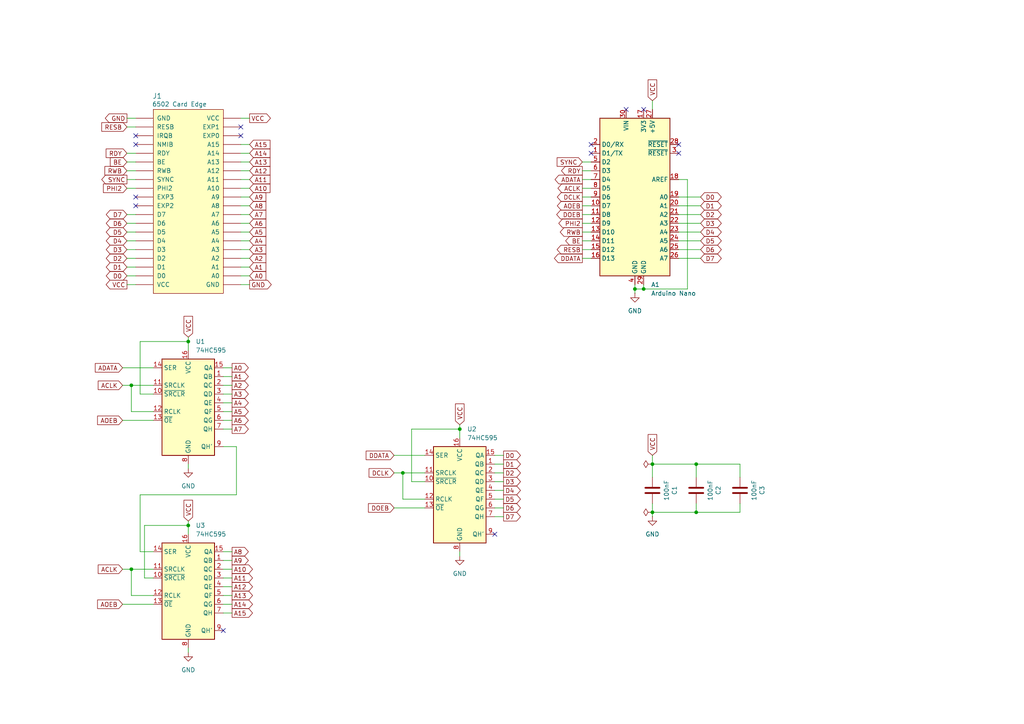
<source format=kicad_sch>
(kicad_sch (version 20250114) (generator "eeschema") (generator_version "9.0")
  (paper "A4")
  (title_block (title "6502 Nano Card") (date "2025-09-29") (rev "1.0") (company "A.C. Wright Design"))
  (lib_symbols
    (symbol "6502 Parts:6502 Card Edge" (pin_names (offset 1.016)) (in_bom no)
      (property "Reference" "J" (at -10.16 28.448 0))
      (property "Value" "6502 Card Edge" (at -5.588 26.924 0))
      (symbol "6502 Card Edge_1_0"
        (rectangle (start -10.16 25.4) (end 10.16 -27.94) (fill (type background)))
        (pin power_in line (at -15.24 22.86 0) (length 5.08) (name "GND") (number "GND"))
        (pin bidirectional line (at -15.24 20.32 0) (length 5.08) (name "RESB") (number "RESB"))
        (pin bidirectional line (at -15.24 17.78 0) (length 5.08) (name "IRQB") (number "IRQB"))
        (pin bidirectional line (at -15.24 15.24 0) (length 5.08) (name "NMIB") (number "NMIB"))
        (pin bidirectional line (at -15.24 12.7 0) (length 5.08) (name "RDY") (number "RDY"))
        (pin bidirectional line (at -15.24 10.16 0) (length 5.08) (name "BE") (number "BE"))
        (pin bidirectional line (at -15.24 7.62 0) (length 5.08) (name "RWB") (number "RWB"))
        (pin bidirectional line (at -15.24 5.08 0) (length 5.08) (name "SYNC") (number "SYNC"))
        (pin bidirectional line (at -15.24 2.54 0) (length 5.08) (name "PHI2") (number "PHI2"))
        (pin bidirectional line (at -15.24 0 0) (length 5.08) (name "EXP3") (number "EXP3"))
        (pin bidirectional line (at -15.24 -2.54 0) (length 5.08) (name "EXP2") (number "EXP2"))
        (pin bidirectional line (at -15.24 -5.08 0) (length 5.08) (name "D7") (number "D7"))
        (pin bidirectional line (at -15.24 -7.62 0) (length 5.08) (name "D6") (number "D6"))
        (pin bidirectional line (at -15.24 -10.16 0) (length 5.08) (name "D5") (number "D5"))
        (pin bidirectional line (at -15.24 -12.7 0) (length 5.08) (name "D4") (number "D4"))
        (pin bidirectional line (at -15.24 -15.24 0) (length 5.08) (name "D3") (number "D3"))
        (pin bidirectional line (at -15.24 -17.78 0) (length 5.08) (name "D2") (number "D2"))
        (pin bidirectional line (at -15.24 -20.32 0) (length 5.08) (name "D1") (number "D1"))
        (pin bidirectional line (at -15.24 -22.86 0) (length 5.08) (name "D0") (number "D0"))
        (pin power_in line (at -15.24 -25.4 0) (length 5.08) (name "VCC") (number "VCC"))
        (pin power_in line (at 15.24 22.86 180) (length 5.08) (name "VCC") (number "VCC"))
        (pin bidirectional line (at 15.24 20.32 180) (length 5.08) (name "EXP1") (number "EXP1"))
        (pin bidirectional line (at 15.24 17.78 180) (length 5.08) (name "EXP0") (number "EXP0"))
        (pin bidirectional line (at 15.24 15.24 180) (length 5.08) (name "A15") (number "A15"))
        (pin bidirectional line (at 15.24 12.7 180) (length 5.08) (name "A14") (number "A14"))
        (pin bidirectional line (at 15.24 10.16 180) (length 5.08) (name "A13") (number "A13"))
        (pin bidirectional line (at 15.24 7.62 180) (length 5.08) (name "A12") (number "A12"))
        (pin bidirectional line (at 15.24 5.08 180) (length 5.08) (name "A11") (number "A11"))
        (pin bidirectional line (at 15.24 2.54 180) (length 5.08) (name "A10") (number "A10"))
        (pin bidirectional line (at 15.24 0 180) (length 5.08) (name "A9") (number "A9"))
        (pin bidirectional line (at 15.24 -2.54 180) (length 5.08) (name "A8") (number "A8"))
        (pin bidirectional line (at 15.24 -5.08 180) (length 5.08) (name "A7") (number "A7"))
        (pin bidirectional line (at 15.24 -7.62 180) (length 5.08) (name "A6") (number "A6"))
        (pin bidirectional line (at 15.24 -10.16 180) (length 5.08) (name "A5") (number "A5"))
        (pin bidirectional line (at 15.24 -12.7 180) (length 5.08) (name "A4") (number "A4"))
        (pin bidirectional line (at 15.24 -15.24 180) (length 5.08) (name "A3") (number "A3"))
        (pin bidirectional line (at 15.24 -17.78 180) (length 5.08) (name "A2") (number "A2"))
        (pin bidirectional line (at 15.24 -20.32 180) (length 5.08) (name "A1") (number "A1"))
        (pin bidirectional line (at 15.24 -22.86 180) (length 5.08) (name "A0") (number "A0"))
        (pin power_in line (at 15.24 -25.4 180) (length 5.08) (name "GND") (number "GND"))
      )
    )
    (symbol "6502 Parts:Arduino Nano"
      (property "Reference" "A" (at -10.16 23.495 0))
      (property "Value" "Arduino Nano" (at 5.08 -24.13 0))
      (symbol "Arduino Nano_0_1"
        (rectangle (start -10.16 22.86) (end 10.16 -22.86) (stroke (width 0.254)) (fill (type background)))
      )
      (symbol "Arduino Nano_1_1"
        (pin bidirectional line (at -12.7 15.24 0) (length 2.54) (name "D0/RX") (number "2"))
        (pin bidirectional line (at -12.7 12.7 0) (length 2.54) (name "D1/TX") (number "1"))
        (pin bidirectional line (at -12.7 10.16 0) (length 2.54) (name "D2") (number "5"))
        (pin bidirectional line (at -12.7 7.62 0) (length 2.54) (name "D3") (number "6"))
        (pin bidirectional line (at -12.7 5.08 0) (length 2.54) (name "D4") (number "7"))
        (pin bidirectional line (at -12.7 2.54 0) (length 2.54) (name "D5") (number "8"))
        (pin bidirectional line (at -12.7 0 0) (length 2.54) (name "D6") (number "9"))
        (pin bidirectional line (at -12.7 -2.54 0) (length 2.54) (name "D7") (number "10"))
        (pin bidirectional line (at -12.7 -5.08 0) (length 2.54) (name "D8") (number "11"))
        (pin bidirectional line (at -12.7 -7.62 0) (length 2.54) (name "D9") (number "12"))
        (pin bidirectional line (at -12.7 -10.16 0) (length 2.54) (name "D10") (number "13"))
        (pin bidirectional line (at -12.7 -12.7 0) (length 2.54) (name "D11") (number "14"))
        (pin bidirectional line (at -12.7 -15.24 0) (length 2.54) (name "D12") (number "15"))
        (pin bidirectional line (at -12.7 -17.78 0) (length 2.54) (name "D13") (number "16"))
        (pin power_in line (at -2.54 25.4 270) (length 2.54) (name "VIN") (number "30"))
        (pin power_in line (at 0 -25.4 90) (length 2.54) (name "GND") (number "4"))
        (pin power_out line (at 2.54 25.4 270) (length 2.54) (name "3V3") (number "17"))
        (pin power_in line (at 2.54 -25.4 90) (length 2.54) (name "GND") (number "29"))
        (pin power_out line (at 5.08 25.4 270) (length 2.54) (name "+5V") (number "27"))
        (pin input line (at 12.7 15.24 180) (length 2.54) (name "~{RESET}") (number "28"))
        (pin input line (at 12.7 12.7 180) (length 2.54) (name "~{RESET}") (number "3"))
        (pin input line (at 12.7 5.08 180) (length 2.54) (name "AREF") (number "18"))
        (pin bidirectional line (at 12.7 0 180) (length 2.54) (name "A0") (number "19"))
        (pin bidirectional line (at 12.7 -2.54 180) (length 2.54) (name "A1") (number "20"))
        (pin bidirectional line (at 12.7 -5.08 180) (length 2.54) (name "A2") (number "21"))
        (pin bidirectional line (at 12.7 -7.62 180) (length 2.54) (name "A3") (number "22"))
        (pin bidirectional line (at 12.7 -10.16 180) (length 2.54) (name "A4") (number "23"))
        (pin bidirectional line (at 12.7 -12.7 180) (length 2.54) (name "A5") (number "24"))
        (pin bidirectional line (at 12.7 -15.24 180) (length 2.54) (name "A6") (number "25"))
        (pin bidirectional line (at 12.7 -17.78 180) (length 2.54) (name "A7") (number "26"))
      )
    )
    (symbol "74xx:74HC595"
      (property "Reference" "U" (at -7.62 13.97 0))
      (property "Value" "74HC595" (at -7.62 -16.51 0))
      (symbol "74HC595_1_0"
        (pin input line (at -10.16 10.16 0) (length 2.54) (name "SER") (number "14"))
        (pin input line (at -10.16 5.08 0) (length 2.54) (name "SRCLK") (number "11"))
        (pin input line (at -10.16 2.54 0) (length 2.54) (name "~{SRCLR}") (number "10"))
        (pin input line (at -10.16 -2.54 0) (length 2.54) (name "RCLK") (number "12"))
        (pin input line (at -10.16 -5.08 0) (length 2.54) (name "~{OE}") (number "13"))
        (pin power_in line (at 0 15.24 270) (length 2.54) (name "VCC") (number "16"))
        (pin power_in line (at 0 -17.78 90) (length 2.54) (name "GND") (number "8"))
        (pin tri_state line (at 10.16 10.16 180) (length 2.54) (name "QA") (number "15"))
        (pin tri_state line (at 10.16 7.62 180) (length 2.54) (name "QB") (number "1"))
        (pin tri_state line (at 10.16 5.08 180) (length 2.54) (name "QC") (number "2"))
        (pin tri_state line (at 10.16 2.54 180) (length 2.54) (name "QD") (number "3"))
        (pin tri_state line (at 10.16 0 180) (length 2.54) (name "QE") (number "4"))
        (pin tri_state line (at 10.16 -2.54 180) (length 2.54) (name "QF") (number "5"))
        (pin tri_state line (at 10.16 -5.08 180) (length 2.54) (name "QG") (number "6"))
        (pin tri_state line (at 10.16 -7.62 180) (length 2.54) (name "QH") (number "7"))
        (pin output line (at 10.16 -12.7 180) (length 2.54) (name "QH'") (number "9"))
      )
      (symbol "74HC595_1_1"
        (rectangle (start -7.62 12.7) (end 7.62 -15.24) (stroke (width 0.254)) (fill (type background)))
      )
    )
    (symbol "Device:C" (pin_numbers (hide yes)) (pin_names (offset 0.254))
      (property "Reference" "C" (at 0.635 2.54 0))
      (property "Value" "C" (at 0.635 -2.54 0))
      (symbol "C_0_1"
        (polyline (pts (xy -2.032 0.762) (xy 2.032 0.762)) (stroke (width 0.508)))
        (polyline (pts (xy -2.032 -0.762) (xy 2.032 -0.762)) (stroke (width 0.508)))
      )
      (symbol "C_1_1"
        (pin passive line (at 0 3.81 270) (length 2.794) (name "~") (number "1"))
        (pin passive line (at 0 -3.81 90) (length 2.794) (name "~") (number "2"))
      )
    )
    (symbol "power:GND" (power) (pin_numbers (hide yes)) (pin_names (offset 0) (hide yes))
      (property "Value" "GND" (at 0 -3.81 0))
      (symbol "GND_0_1"
        (polyline (pts (xy 0 0) (xy 0 -1.27) (xy 1.27 -1.27) (xy 0 -2.54) (xy -1.27 -1.27) (xy 0 -1.27)))
      )
      (symbol "GND_1_1"
        (pin power_in line (at 0 0 270) (length 0) (name "~") (number "1"))
      )
    )
    (symbol "power:PWR_FLAG" (power) (pin_numbers (hide yes)) (pin_names (offset 0) (hide yes))
      (property "Value" "PWR_FLAG" (at 0 3.81 0))
      (symbol "PWR_FLAG_0_0"
        (pin power_out line (at 0 0 90) (length 0) (name "~") (number "1"))
      )
      (symbol "PWR_FLAG_0_1"
        (polyline (pts (xy 0 0) (xy 0 1.27) (xy -1.016 1.905) (xy 0 2.54) (xy 1.016 1.905) (xy 0 1.27)))
      )
    )
  )
  (junction (at 38.1 165.1))
  (junction (at 38.1 111.76))
  (junction (at 201.93 148.59))
  (junction (at 133.35 124.46))
  (junction (at 201.93 134.62))
  (junction (at 54.61 99.06))
  (junction (at 189.23 134.62))
  (junction (at 54.61 152.4))
  (junction (at 186.69 83.82))
  (junction (at 116.84 137.16))
  (junction (at 184.15 83.82))
  (junction (at 189.23 148.59))
  (no_connect (at 64.77 182.88))
  (no_connect (at 171.45 44.45))
  (no_connect (at 39.37 59.69))
  (no_connect (at 196.85 41.91))
  (no_connect (at 196.85 44.45))
  (no_connect (at 69.85 36.83))
  (no_connect (at 39.37 57.15))
  (no_connect (at 186.69 31.75))
  (no_connect (at 39.37 39.37))
  (no_connect (at 171.45 41.91))
  (no_connect (at 143.51 154.94))
  (no_connect (at 69.85 39.37))
  (no_connect (at 181.61 31.75))
  (no_connect (at 39.37 41.91))
  (wire (pts (xy 201.93 134.62) (xy 201.93 138.43)))
  (wire (pts (xy 69.85 72.39) (xy 72.39 72.39)))
  (wire (pts (xy 143.51 144.78) (xy 146.05 144.78)))
  (wire (pts (xy 64.77 109.22) (xy 67.31 109.22)))
  (wire (pts (xy 116.84 144.78) (xy 116.84 137.16)))
  (wire (pts (xy 196.85 52.07) (xy 199.39 52.07)))
  (wire (pts (xy 143.51 139.7) (xy 146.05 139.7)))
  (wire (pts (xy 69.85 41.91) (xy 72.39 41.91)))
  (wire (pts (xy 64.77 114.3) (xy 67.31 114.3)))
  (wire (pts (xy 189.23 29.21) (xy 189.23 31.75)))
  (wire (pts (xy 40.64 99.06) (xy 54.61 99.06)))
  (wire (pts (xy 36.83 54.61) (xy 39.37 54.61)))
  (wire (pts (xy 69.85 64.77) (xy 72.39 64.77)))
  (wire (pts (xy 35.56 106.68) (xy 44.45 106.68)))
  (wire (pts (xy 168.91 49.53) (xy 171.45 49.53)))
  (wire (pts (xy 64.77 124.46) (xy 67.31 124.46)))
  (wire (pts (xy 40.64 143.51) (xy 40.64 160.02)))
  (wire (pts (xy 35.56 175.26) (xy 44.45 175.26)))
  (wire (pts (xy 36.83 44.45) (xy 39.37 44.45)))
  (wire (pts (xy 40.64 160.02) (xy 44.45 160.02)))
  (wire (pts (xy 54.61 152.4) (xy 54.61 154.94)))
  (wire (pts (xy 36.83 62.23) (xy 39.37 62.23)))
  (wire (pts (xy 168.91 69.85) (xy 171.45 69.85)))
  (wire (pts (xy 69.85 46.99) (xy 72.39 46.99)))
  (wire (pts (xy 36.83 36.83) (xy 39.37 36.83)))
  (wire (pts (xy 64.77 121.92) (xy 67.31 121.92)))
  (wire (pts (xy 168.91 54.61) (xy 171.45 54.61)))
  (wire (pts (xy 196.85 59.69) (xy 203.2 59.69)))
  (wire (pts (xy 64.77 165.1) (xy 67.31 165.1)))
  (wire (pts (xy 69.85 52.07) (xy 72.39 52.07)))
  (wire (pts (xy 69.85 54.61) (xy 72.39 54.61)))
  (wire (pts (xy 168.91 59.69) (xy 171.45 59.69)))
  (wire (pts (xy 44.45 114.3) (xy 40.64 114.3)))
  (wire (pts (xy 54.61 151.13) (xy 54.61 152.4)))
  (wire (pts (xy 36.83 72.39) (xy 39.37 72.39)))
  (wire (pts (xy 189.23 138.43) (xy 189.23 134.62)))
  (wire (pts (xy 214.63 134.62) (xy 214.63 138.43)))
  (wire (pts (xy 168.91 52.07) (xy 171.45 52.07)))
  (wire (pts (xy 69.85 77.47) (xy 72.39 77.47)))
  (wire (pts (xy 201.93 134.62) (xy 214.63 134.62)))
  (wire (pts (xy 214.63 148.59) (xy 201.93 148.59)))
  (wire (pts (xy 189.23 132.08) (xy 189.23 134.62)))
  (wire (pts (xy 38.1 165.1) (xy 44.45 165.1)))
  (wire (pts (xy 133.35 123.19) (xy 133.35 124.46)))
  (wire (pts (xy 64.77 106.68) (xy 67.31 106.68)))
  (wire (pts (xy 196.85 64.77) (xy 203.2 64.77)))
  (wire (pts (xy 54.61 97.79) (xy 54.61 99.06)))
  (wire (pts (xy 196.85 57.15) (xy 203.2 57.15)))
  (wire (pts (xy 168.91 62.23) (xy 171.45 62.23)))
  (wire (pts (xy 184.15 82.55) (xy 184.15 83.82)))
  (wire (pts (xy 189.23 134.62) (xy 201.93 134.62)))
  (wire (pts (xy 143.51 149.86) (xy 146.05 149.86)))
  (wire (pts (xy 38.1 119.38) (xy 38.1 111.76)))
  (wire (pts (xy 214.63 146.05) (xy 214.63 148.59)))
  (wire (pts (xy 64.77 167.64) (xy 67.31 167.64)))
  (wire (pts (xy 143.51 137.16) (xy 146.05 137.16)))
  (wire (pts (xy 36.83 82.55) (xy 39.37 82.55)))
  (wire (pts (xy 114.3 132.08) (xy 123.19 132.08)))
  (wire (pts (xy 36.83 64.77) (xy 39.37 64.77)))
  (wire (pts (xy 64.77 175.26) (xy 67.31 175.26)))
  (wire (pts (xy 69.85 80.01) (xy 72.39 80.01)))
  (wire (pts (xy 168.91 74.93) (xy 171.45 74.93)))
  (wire (pts (xy 68.58 129.54) (xy 68.58 143.51)))
  (wire (pts (xy 143.51 147.32) (xy 146.05 147.32)))
  (wire (pts (xy 189.23 148.59) (xy 189.23 149.86)))
  (wire (pts (xy 196.85 74.93) (xy 203.2 74.93)))
  (wire (pts (xy 44.45 172.72) (xy 38.1 172.72)))
  (wire (pts (xy 196.85 62.23) (xy 203.2 62.23)))
  (wire (pts (xy 69.85 34.29) (xy 72.39 34.29)))
  (wire (pts (xy 114.3 147.32) (xy 123.19 147.32)))
  (wire (pts (xy 168.91 57.15) (xy 171.45 57.15)))
  (wire (pts (xy 123.19 139.7) (xy 119.38 139.7)))
  (wire (pts (xy 196.85 72.39) (xy 203.2 72.39)))
  (wire (pts (xy 36.83 67.31) (xy 39.37 67.31)))
  (wire (pts (xy 64.77 116.84) (xy 67.31 116.84)))
  (wire (pts (xy 64.77 170.18) (xy 67.31 170.18)))
  (wire (pts (xy 35.56 121.92) (xy 44.45 121.92)))
  (wire (pts (xy 64.77 111.76) (xy 67.31 111.76)))
  (wire (pts (xy 64.77 129.54) (xy 68.58 129.54)))
  (wire (pts (xy 69.85 67.31) (xy 72.39 67.31)))
  (wire (pts (xy 36.83 52.07) (xy 39.37 52.07)))
  (wire (pts (xy 199.39 52.07) (xy 199.39 83.82)))
  (wire (pts (xy 69.85 44.45) (xy 72.39 44.45)))
  (wire (pts (xy 69.85 69.85) (xy 72.39 69.85)))
  (wire (pts (xy 168.91 46.99) (xy 171.45 46.99)))
  (wire (pts (xy 35.56 111.76) (xy 38.1 111.76)))
  (wire (pts (xy 41.91 152.4) (xy 41.91 167.64)))
  (wire (pts (xy 168.91 64.77) (xy 171.45 64.77)))
  (wire (pts (xy 36.83 77.47) (xy 39.37 77.47)))
  (wire (pts (xy 54.61 187.96) (xy 54.61 189.23)))
  (wire (pts (xy 69.85 57.15) (xy 72.39 57.15)))
  (wire (pts (xy 143.51 142.24) (xy 146.05 142.24)))
  (wire (pts (xy 133.35 160.02) (xy 133.35 161.29)))
  (wire (pts (xy 201.93 146.05) (xy 201.93 148.59)))
  (wire (pts (xy 36.83 74.93) (xy 39.37 74.93)))
  (wire (pts (xy 54.61 99.06) (xy 54.61 101.6)))
  (wire (pts (xy 36.83 80.01) (xy 39.37 80.01)))
  (wire (pts (xy 69.85 62.23) (xy 72.39 62.23)))
  (wire (pts (xy 189.23 146.05) (xy 189.23 148.59)))
  (wire (pts (xy 64.77 119.38) (xy 67.31 119.38)))
  (wire (pts (xy 64.77 162.56) (xy 67.31 162.56)))
  (wire (pts (xy 35.56 165.1) (xy 38.1 165.1)))
  (wire (pts (xy 40.64 114.3) (xy 40.64 99.06)))
  (wire (pts (xy 123.19 144.78) (xy 116.84 144.78)))
  (wire (pts (xy 119.38 124.46) (xy 133.35 124.46)))
  (wire (pts (xy 36.83 69.85) (xy 39.37 69.85)))
  (wire (pts (xy 41.91 167.64) (xy 44.45 167.64)))
  (wire (pts (xy 69.85 59.69) (xy 72.39 59.69)))
  (wire (pts (xy 69.85 82.55) (xy 72.39 82.55)))
  (wire (pts (xy 64.77 172.72) (xy 67.31 172.72)))
  (wire (pts (xy 133.35 124.46) (xy 133.35 127)))
  (wire (pts (xy 184.15 83.82) (xy 184.15 85.09)))
  (wire (pts (xy 41.91 152.4) (xy 54.61 152.4)))
  (wire (pts (xy 143.51 134.62) (xy 146.05 134.62)))
  (wire (pts (xy 44.45 119.38) (xy 38.1 119.38)))
  (wire (pts (xy 64.77 177.8) (xy 67.31 177.8)))
  (wire (pts (xy 54.61 134.62) (xy 54.61 135.89)))
  (wire (pts (xy 36.83 49.53) (xy 39.37 49.53)))
  (wire (pts (xy 168.91 72.39) (xy 171.45 72.39)))
  (wire (pts (xy 119.38 139.7) (xy 119.38 124.46)))
  (wire (pts (xy 64.77 160.02) (xy 67.31 160.02)))
  (wire (pts (xy 186.69 82.55) (xy 186.69 83.82)))
  (wire (pts (xy 69.85 49.53) (xy 72.39 49.53)))
  (wire (pts (xy 168.91 67.31) (xy 171.45 67.31)))
  (wire (pts (xy 201.93 148.59) (xy 189.23 148.59)))
  (wire (pts (xy 36.83 34.29) (xy 39.37 34.29)))
  (wire (pts (xy 68.58 143.51) (xy 40.64 143.51)))
  (wire (pts (xy 116.84 137.16) (xy 123.19 137.16)))
  (wire (pts (xy 196.85 69.85) (xy 203.2 69.85)))
  (wire (pts (xy 186.69 83.82) (xy 184.15 83.82)))
  (wire (pts (xy 36.83 46.99) (xy 39.37 46.99)))
  (wire (pts (xy 114.3 137.16) (xy 116.84 137.16)))
  (wire (pts (xy 38.1 111.76) (xy 44.45 111.76)))
  (wire (pts (xy 199.39 83.82) (xy 186.69 83.82)))
  (wire (pts (xy 38.1 172.72) (xy 38.1 165.1)))
  (wire (pts (xy 69.85 74.93) (xy 72.39 74.93)))
  (wire (pts (xy 143.51 132.08) (xy 146.05 132.08)))
  (wire (pts (xy 196.85 67.31) (xy 203.2 67.31)))
  (global_label "D0" (shape output) (at 146.05 132.08 0) (property "Intersheetrefs" "${INTERSHEET_REFS}" (effects (hide yes))))
  (global_label "A0" (shape output) (at 67.31 106.68 0) (property "Intersheetrefs" "${INTERSHEET_REFS}" (effects (hide yes))))
  (global_label "DOEB" (shape output) (at 168.91 62.23 180) (property "Intersheetrefs" "${INTERSHEET_REFS}" (effects (hide yes))))
  (global_label "D1" (shape output) (at 146.05 134.62 0) (property "Intersheetrefs" "${INTERSHEET_REFS}" (effects (hide yes))))
  (global_label "ACLK" (shape input) (at 35.56 165.1 180) (property "Intersheetrefs" "${INTERSHEET_REFS}" (effects (hide yes))))
  (global_label "A2" (shape input) (at 72.39 74.93 0) (property "Intersheetrefs" "${INTERSHEET_REFS}" (effects (hide yes))))
  (global_label "BE" (shape output) (at 168.91 69.85 180) (property "Intersheetrefs" "${INTERSHEET_REFS}" (effects (hide yes))))
  (global_label "A9" (shape input) (at 72.39 57.15 0) (property "Intersheetrefs" "${INTERSHEET_REFS}" (effects (hide yes))))
  (global_label "A15" (shape input) (at 72.39 41.91 0) (property "Intersheetrefs" "${INTERSHEET_REFS}" (effects (hide yes))))
  (global_label "AOEB" (shape input) (at 35.56 175.26 180) (property "Intersheetrefs" "${INTERSHEET_REFS}" (effects (hide yes))))
  (global_label "SYNC" (shape output) (at 36.83 52.07 180) (property "Intersheetrefs" "${INTERSHEET_REFS}" (effects (hide yes))))
  (global_label "DOEB" (shape input) (at 114.3 147.32 180) (property "Intersheetrefs" "${INTERSHEET_REFS}" (effects (hide yes))))
  (global_label "D1" (shape bidirectional) (at 36.83 77.47 180) (property "Intersheetrefs" "${INTERSHEET_REFS}" (effects (hide yes))))
  (global_label "VCC" (shape input) (at 189.23 132.08 90) (property "Intersheetrefs" "${INTERSHEET_REFS}" (effects (hide yes))))
  (global_label "D2" (shape bidirectional) (at 203.2 62.23 0) (property "Intersheetrefs" "${INTERSHEET_REFS}" (effects (hide yes))))
  (global_label "GND" (shape output) (at 72.39 82.55 0) (property "Intersheetrefs" "${INTERSHEET_REFS}" (effects (hide yes))))
  (global_label "A7" (shape input) (at 72.39 62.23 0) (property "Intersheetrefs" "${INTERSHEET_REFS}" (effects (hide yes))))
  (global_label "D5" (shape bidirectional) (at 36.83 67.31 180) (property "Intersheetrefs" "${INTERSHEET_REFS}" (effects (hide yes))))
  (global_label "A9" (shape output) (at 67.31 162.56 0) (property "Intersheetrefs" "${INTERSHEET_REFS}" (effects (hide yes))))
  (global_label "D2" (shape output) (at 146.05 137.16 0) (property "Intersheetrefs" "${INTERSHEET_REFS}" (effects (hide yes))))
  (global_label "A8" (shape input) (at 72.39 59.69 0) (property "Intersheetrefs" "${INTERSHEET_REFS}" (effects (hide yes))))
  (global_label "VCC" (shape input) (at 54.61 97.79 90) (property "Intersheetrefs" "${INTERSHEET_REFS}" (effects (hide yes))))
  (global_label "RDY" (shape input) (at 36.83 44.45 180) (property "Intersheetrefs" "${INTERSHEET_REFS}" (effects (hide yes))))
  (global_label "RWB" (shape output) (at 168.91 67.31 180) (property "Intersheetrefs" "${INTERSHEET_REFS}" (effects (hide yes))))
  (global_label "A10" (shape input) (at 72.39 54.61 0) (property "Intersheetrefs" "${INTERSHEET_REFS}" (effects (hide yes))))
  (global_label "A5" (shape output) (at 67.31 119.38 0) (property "Intersheetrefs" "${INTERSHEET_REFS}" (effects (hide yes))))
  (global_label "ACLK" (shape input) (at 35.56 111.76 180) (property "Intersheetrefs" "${INTERSHEET_REFS}" (effects (hide yes))))
  (global_label "D0" (shape bidirectional) (at 203.2 57.15 0) (property "Intersheetrefs" "${INTERSHEET_REFS}" (effects (hide yes))))
  (global_label "A3" (shape output) (at 67.31 114.3 0) (property "Intersheetrefs" "${INTERSHEET_REFS}" (effects (hide yes))))
  (global_label "VCC" (shape input) (at 133.35 123.19 90) (property "Intersheetrefs" "${INTERSHEET_REFS}" (effects (hide yes))))
  (global_label "DDATA" (shape output) (at 168.91 74.93 180) (property "Intersheetrefs" "${INTERSHEET_REFS}" (effects (hide yes))))
  (global_label "D5" (shape output) (at 146.05 144.78 0) (property "Intersheetrefs" "${INTERSHEET_REFS}" (effects (hide yes))))
  (global_label "D6" (shape bidirectional) (at 36.83 64.77 180) (property "Intersheetrefs" "${INTERSHEET_REFS}" (effects (hide yes))))
  (global_label "SYNC" (shape input) (at 168.91 46.99 180) (property "Intersheetrefs" "${INTERSHEET_REFS}" (effects (hide yes))))
  (global_label "DDATA" (shape input) (at 114.3 132.08 180) (property "Intersheetrefs" "${INTERSHEET_REFS}" (effects (hide yes))))
  (global_label "DCLK" (shape output) (at 168.91 57.15 180) (property "Intersheetrefs" "${INTERSHEET_REFS}" (effects (hide yes))))
  (global_label "GND" (shape output) (at 36.83 34.29 180) (property "Intersheetrefs" "${INTERSHEET_REFS}" (effects (hide yes))))
  (global_label "ACLK" (shape output) (at 168.91 54.61 180) (property "Intersheetrefs" "${INTERSHEET_REFS}" (effects (hide yes))))
  (global_label "ADATA" (shape input) (at 35.56 106.68 180) (property "Intersheetrefs" "${INTERSHEET_REFS}" (effects (hide yes))))
  (global_label "A6" (shape input) (at 72.39 64.77 0) (property "Intersheetrefs" "${INTERSHEET_REFS}" (effects (hide yes))))
  (global_label "RESB" (shape input) (at 36.83 36.83 180) (property "Intersheetrefs" "${INTERSHEET_REFS}" (effects (hide yes))))
  (global_label "A3" (shape input) (at 72.39 72.39 0) (property "Intersheetrefs" "${INTERSHEET_REFS}" (effects (hide yes))))
  (global_label "A10" (shape output) (at 67.31 165.1 0) (property "Intersheetrefs" "${INTERSHEET_REFS}" (effects (hide yes))))
  (global_label "A14" (shape input) (at 72.39 44.45 0) (property "Intersheetrefs" "${INTERSHEET_REFS}" (effects (hide yes))))
  (global_label "AOEB" (shape input) (at 35.56 121.92 180) (property "Intersheetrefs" "${INTERSHEET_REFS}" (effects (hide yes))))
  (global_label "D2" (shape bidirectional) (at 36.83 74.93 180) (property "Intersheetrefs" "${INTERSHEET_REFS}" (effects (hide yes))))
  (global_label "VCC" (shape input) (at 189.23 29.21 90) (property "Intersheetrefs" "${INTERSHEET_REFS}" (effects (hide yes))))
  (global_label "A2" (shape output) (at 67.31 111.76 0) (property "Intersheetrefs" "${INTERSHEET_REFS}" (effects (hide yes))))
  (global_label "A6" (shape output) (at 67.31 121.92 0) (property "Intersheetrefs" "${INTERSHEET_REFS}" (effects (hide yes))))
  (global_label "A8" (shape output) (at 67.31 160.02 0) (property "Intersheetrefs" "${INTERSHEET_REFS}" (effects (hide yes))))
  (global_label "RESB" (shape output) (at 168.91 72.39 180) (property "Intersheetrefs" "${INTERSHEET_REFS}" (effects (hide yes))))
  (global_label "A1" (shape output) (at 67.31 109.22 0) (property "Intersheetrefs" "${INTERSHEET_REFS}" (effects (hide yes))))
  (global_label "VCC" (shape input) (at 54.61 151.13 90) (property "Intersheetrefs" "${INTERSHEET_REFS}" (effects (hide yes))))
  (global_label "D7" (shape bidirectional) (at 203.2 74.93 0) (property "Intersheetrefs" "${INTERSHEET_REFS}" (effects (hide yes))))
  (global_label "D6" (shape bidirectional) (at 203.2 72.39 0) (property "Intersheetrefs" "${INTERSHEET_REFS}" (effects (hide yes))))
  (global_label "A11" (shape output) (at 67.31 167.64 0) (property "Intersheetrefs" "${INTERSHEET_REFS}" (effects (hide yes))))
  (global_label "VCC" (shape output) (at 36.83 82.55 180) (property "Intersheetrefs" "${INTERSHEET_REFS}" (effects (hide yes))))
  (global_label "A1" (shape input) (at 72.39 77.47 0) (property "Intersheetrefs" "${INTERSHEET_REFS}" (effects (hide yes))))
  (global_label "VCC" (shape output) (at 72.39 34.29 0) (property "Intersheetrefs" "${INTERSHEET_REFS}" (effects (hide yes))))
  (global_label "D1" (shape bidirectional) (at 203.2 59.69 0) (property "Intersheetrefs" "${INTERSHEET_REFS}" (effects (hide yes))))
  (global_label "A11" (shape input) (at 72.39 52.07 0) (property "Intersheetrefs" "${INTERSHEET_REFS}" (effects (hide yes))))
  (global_label "D0" (shape bidirectional) (at 36.83 80.01 180) (property "Intersheetrefs" "${INTERSHEET_REFS}" (effects (hide yes))))
  (global_label "A14" (shape output) (at 67.31 175.26 0) (property "Intersheetrefs" "${INTERSHEET_REFS}" (effects (hide yes))))
  (global_label "A4" (shape input) (at 72.39 69.85 0) (property "Intersheetrefs" "${INTERSHEET_REFS}" (effects (hide yes))))
  (global_label "A12" (shape input) (at 72.39 49.53 0) (property "Intersheetrefs" "${INTERSHEET_REFS}" (effects (hide yes))))
  (global_label "D4" (shape output) (at 146.05 142.24 0) (property "Intersheetrefs" "${INTERSHEET_REFS}" (effects (hide yes))))
  (global_label "A13" (shape output) (at 67.31 172.72 0) (property "Intersheetrefs" "${INTERSHEET_REFS}" (effects (hide yes))))
  (global_label "A13" (shape input) (at 72.39 46.99 0) (property "Intersheetrefs" "${INTERSHEET_REFS}" (effects (hide yes))))
  (global_label "PHI2" (shape input) (at 36.83 54.61 180) (property "Intersheetrefs" "${INTERSHEET_REFS}" (effects (hide yes))))
  (global_label "RDY" (shape output) (at 168.91 49.53 180) (property "Intersheetrefs" "${INTERSHEET_REFS}" (effects (hide yes))))
  (global_label "D7" (shape output) (at 146.05 149.86 0) (property "Intersheetrefs" "${INTERSHEET_REFS}" (effects (hide yes))))
  (global_label "D4" (shape bidirectional) (at 203.2 67.31 0) (property "Intersheetrefs" "${INTERSHEET_REFS}" (effects (hide yes))))
  (global_label "A4" (shape output) (at 67.31 116.84 0) (property "Intersheetrefs" "${INTERSHEET_REFS}" (effects (hide yes))))
  (global_label "D6" (shape output) (at 146.05 147.32 0) (property "Intersheetrefs" "${INTERSHEET_REFS}" (effects (hide yes))))
  (global_label "D4" (shape bidirectional) (at 36.83 69.85 180) (property "Intersheetrefs" "${INTERSHEET_REFS}" (effects (hide yes))))
  (global_label "D7" (shape bidirectional) (at 36.83 62.23 180) (property "Intersheetrefs" "${INTERSHEET_REFS}" (effects (hide yes))))
  (global_label "D3" (shape output) (at 146.05 139.7 0) (property "Intersheetrefs" "${INTERSHEET_REFS}" (effects (hide yes))))
  (global_label "RWB" (shape input) (at 36.83 49.53 180) (property "Intersheetrefs" "${INTERSHEET_REFS}" (effects (hide yes))))
  (global_label "A5" (shape input) (at 72.39 67.31 0) (property "Intersheetrefs" "${INTERSHEET_REFS}" (effects (hide yes))))
  (global_label "A7" (shape output) (at 67.31 124.46 0) (property "Intersheetrefs" "${INTERSHEET_REFS}" (effects (hide yes))))
  (global_label "A12" (shape output) (at 67.31 170.18 0) (property "Intersheetrefs" "${INTERSHEET_REFS}" (effects (hide yes))))
  (global_label "A0" (shape input) (at 72.39 80.01 0) (property "Intersheetrefs" "${INTERSHEET_REFS}" (effects (hide yes))))
  (global_label "DCLK" (shape input) (at 114.3 137.16 180) (property "Intersheetrefs" "${INTERSHEET_REFS}" (effects (hide yes))))
  (global_label "AOEB" (shape output) (at 168.91 59.69 180) (property "Intersheetrefs" "${INTERSHEET_REFS}" (effects (hide yes))))
  (global_label "D3" (shape bidirectional) (at 36.83 72.39 180) (property "Intersheetrefs" "${INTERSHEET_REFS}" (effects (hide yes))))
  (global_label "PHI2" (shape output) (at 168.91 64.77 180) (property "Intersheetrefs" "${INTERSHEET_REFS}" (effects (hide yes))))
  (global_label "A15" (shape output) (at 67.31 177.8 0) (property "Intersheetrefs" "${INTERSHEET_REFS}" (effects (hide yes))))
  (global_label "D3" (shape bidirectional) (at 203.2 64.77 0) (property "Intersheetrefs" "${INTERSHEET_REFS}" (effects (hide yes))))
  (global_label "BE" (shape input) (at 36.83 46.99 180) (property "Intersheetrefs" "${INTERSHEET_REFS}" (effects (hide yes))))
  (global_label "ADATA" (shape output) (at 168.91 52.07 180) (property "Intersheetrefs" "${INTERSHEET_REFS}" (effects (hide yes))))
  (global_label "D5" (shape bidirectional) (at 203.2 69.85 0) (property "Intersheetrefs" "${INTERSHEET_REFS}" (effects (hide yes))))
  (symbol (lib_id "power:GND") (at 189.23 149.86 0) (unit 1)
    (property "Reference" "#PWR03" (effects (hide yes)))
    (property "Value" "GND" (at 189.23 154.94 0))
    (property "Description" "Power symbol creates a global label with name \"GND\" , ground" (effects (hide yes)))
  )
  (symbol (lib_id "74xx:74HC595") (at 133.35 142.24 0) (unit 1)
    (property "Reference" "U2" (at 135.4933 124.46 0) (effects (justify left)))
    (property "Value" "74HC595" (at 135.4933 127 0) (effects (justify left)))
    (property "Footprint" "Package_SO:SOIC-16_3.9x9.9mm_P1.27mm" (effects (hide yes)))
    (property "Datasheet" "http://www.ti.com/lit/ds/symlink/sn74hc595.pdf" (effects (hide yes)))
    (property "Description" "8-bit serial in/out Shift Register 3-State Outputs" (effects (hide yes)))
    (property "LCSC" "C5947" (effects (hide yes)))
  )
  (symbol (lib_id "power:PWR_FLAG") (at 189.23 134.62 90) (unit 1)
    (property "Reference" "#FLG02" (effects (hide yes)))
    (property "Value" "PWR_FLAG" (effects (hide yes)))
    (property "Description" "Special symbol for telling ERC where power comes from" (effects (hide yes)))
  )
  (symbol (lib_id "power:GND") (at 184.15 85.09 0) (unit 1)
    (property "Reference" "#PWR01" (effects (hide yes)))
    (property "Value" "GND" (at 184.15 90.17 0))
    (property "Description" "Power symbol creates a global label with name \"GND\" , ground" (effects (hide yes)))
  )
  (symbol (lib_id "6502 Parts:6502 Card Edge") (at 54.61 57.15 0) (unit 1) (in_bom no)
    (property "Reference" "J1" (at 44.196 28.702 0) (effects (font (size 1.4986 1.4986)) (justify left bottom)))
    (property "Value" "6502 Card Edge" (at 52.07 30.226 0))
    (property "Footprint" "6502 Parts:6502 Card Edge" (effects (hide yes)))
  )
  (symbol (lib_id "Device:C") (at 201.93 142.24 0) (unit 1)
    (property "Reference" "C2" (at 208.3308 142.24 90))
    (property "Value" "100nF" (at 206.0194 142.24 90))
    (property "Footprint" "Capacitor_SMD:C_0805_2012Metric" (effects (hide yes)))
    (property "LCSC" "C49678" (effects (hide yes)))
  )
  (symbol (lib_id "Device:C") (at 189.23 142.24 0) (unit 1)
    (property "Reference" "C1" (at 195.6308 142.24 90))
    (property "Value" "100nF" (at 193.3194 142.24 90))
    (property "Footprint" "Capacitor_SMD:C_0805_2012Metric" (effects (hide yes)))
    (property "LCSC" "C49678" (effects (hide yes)))
  )
  (symbol (lib_id "74xx:74HC595") (at 54.61 116.84 0) (unit 1)
    (property "Reference" "U1" (at 56.7533 99.06 0) (effects (justify left)))
    (property "Value" "74HC595" (at 56.7533 101.6 0) (effects (justify left)))
    (property "Footprint" "Package_SO:SOIC-16_3.9x9.9mm_P1.27mm" (effects (hide yes)))
    (property "Datasheet" "http://www.ti.com/lit/ds/symlink/sn74hc595.pdf" (effects (hide yes)))
    (property "Description" "8-bit serial in/out Shift Register 3-State Outputs" (effects (hide yes)))
    (property "LCSC" "C5947" (effects (hide yes)))
  )
  (symbol (lib_id "6502 Parts:Arduino Nano") (at 184.15 57.15 0) (unit 1) (in_bom no)
    (property "Reference" "A1" (at 188.8333 82.55 0) (effects (justify left)))
    (property "Value" "Arduino Nano" (at 188.8333 85.09 0) (effects (justify left)))
    (property "Footprint" "6502 Parts:Arduino Nano" (effects (hide yes)))
    (property "Datasheet" "http://www.mouser.com/pdfdocs/Gravitech_Arduino_Nano3_0.pdf" (effects (hide yes)))
    (property "Description" "Arduino Nano v3.x" (effects (hide yes)))
  )
  (symbol (lib_id "power:GND") (at 133.35 161.29 0) (unit 1)
    (property "Reference" "#PWR04" (effects (hide yes)))
    (property "Value" "GND" (at 133.35 166.37 0))
    (property "Description" "Power symbol creates a global label with name \"GND\" , ground" (effects (hide yes)))
  )
  (symbol (lib_id "power:GND") (at 54.61 189.23 0) (unit 1)
    (property "Reference" "#PWR05" (effects (hide yes)))
    (property "Value" "GND" (at 54.61 194.31 0))
    (property "Description" "Power symbol creates a global label with name \"GND\" , ground" (effects (hide yes)))
  )
  (symbol (lib_id "power:PWR_FLAG") (at 189.23 148.59 90) (unit 1)
    (property "Reference" "#FLG03" (effects (hide yes)))
    (property "Value" "PWR_FLAG" (effects (hide yes)))
    (property "Description" "Special symbol for telling ERC where power comes from" (effects (hide yes)))
  )
  (symbol (lib_id "74xx:74HC595") (at 54.61 170.18 0) (unit 1)
    (property "Reference" "U3" (at 56.7533 152.4 0) (effects (justify left)))
    (property "Value" "74HC595" (at 56.7533 154.94 0) (effects (justify left)))
    (property "Footprint" "Package_SO:SOIC-16_3.9x9.9mm_P1.27mm" (effects (hide yes)))
    (property "Datasheet" "http://www.ti.com/lit/ds/symlink/sn74hc595.pdf" (effects (hide yes)))
    (property "Description" "8-bit serial in/out Shift Register 3-State Outputs" (effects (hide yes)))
    (property "LCSC" "C5947" (effects (hide yes)))
  )
  (symbol (lib_id "power:GND") (at 54.61 135.89 0) (unit 1)
    (property "Reference" "#PWR02" (effects (hide yes)))
    (property "Value" "GND" (at 54.61 140.97 0))
    (property "Description" "Power symbol creates a global label with name \"GND\" , ground" (effects (hide yes)))
  )
  (symbol (lib_id "Device:C") (at 214.63 142.24 0) (unit 1)
    (property "Reference" "C3" (at 221.0308 142.24 90))
    (property "Value" "100nF" (at 218.7194 142.24 90))
    (property "Footprint" "Capacitor_SMD:C_0805_2012Metric" (effects (hide yes)))
    (property "LCSC" "C49678" (effects (hide yes)))
  )
)
</source>
